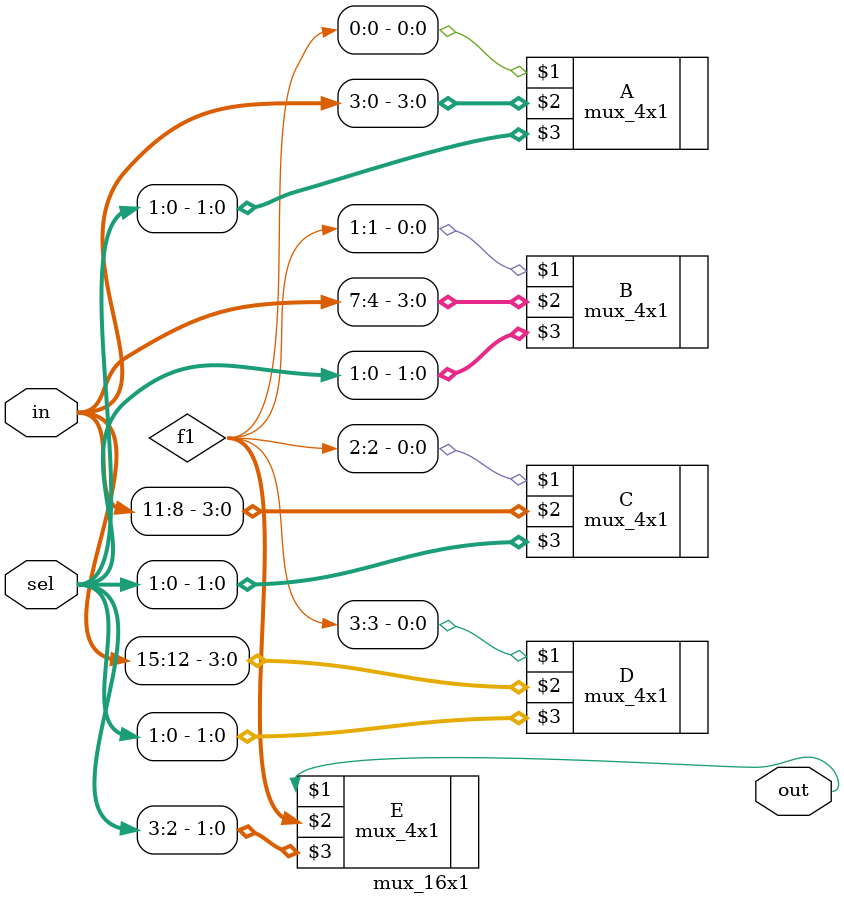
<source format=v>
`include "4x1.v"
module mux_16x1(output out, input [15:0] in, input [3:0]sel);
    wire [3:0] f1;
    wire [3:0] a1;
    mux_4x1 A(f1[0],in[3:0],sel[1:0]);
    mux_4x1 B(f1[1],in[7:4],sel[1:0]);
    mux_4x1 C(f1[2],in[11:8],sel[1:0]);
    mux_4x1 D(f1[3],in[15:12],sel[1:0]);
    mux_4x1 E(out,f1[3:0],sel[3:2]);
endmodule




</source>
